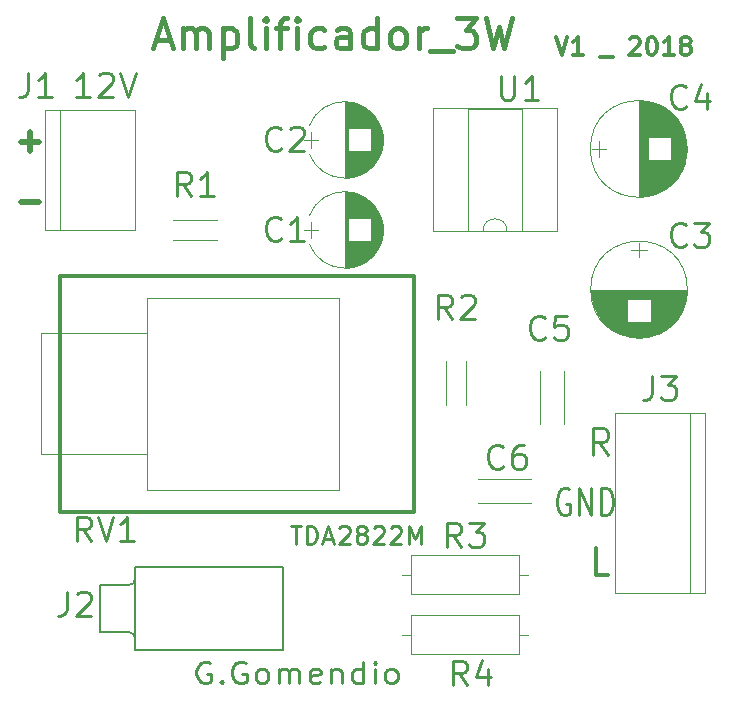
<source format=gbr>
G04 #@! TF.GenerationSoftware,KiCad,Pcbnew,(5.0.0)*
G04 #@! TF.CreationDate,2018-10-15T10:25:54+02:00*
G04 #@! TF.ProjectId,Amplificador_3W_TDA2822,416D706C6966696361646F725F33575F,rev?*
G04 #@! TF.SameCoordinates,Original*
G04 #@! TF.FileFunction,Legend,Top*
G04 #@! TF.FilePolarity,Positive*
%FSLAX46Y46*%
G04 Gerber Fmt 4.6, Leading zero omitted, Abs format (unit mm)*
G04 Created by KiCad (PCBNEW (5.0.0)) date 10/15/18 10:25:54*
%MOMM*%
%LPD*%
G01*
G04 APERTURE LIST*
%ADD10C,0.254000*%
%ADD11C,0.300000*%
%ADD12C,0.381000*%
%ADD13C,0.508000*%
%ADD14C,0.120000*%
%ADD15C,0.150000*%
G04 APERTURE END LIST*
D10*
X135091714Y-101273428D02*
X135962571Y-101273428D01*
X135527142Y-102797428D02*
X135527142Y-101273428D01*
X136470571Y-102797428D02*
X136470571Y-101273428D01*
X136833428Y-101273428D01*
X137051142Y-101346000D01*
X137196285Y-101491142D01*
X137268857Y-101636285D01*
X137341428Y-101926571D01*
X137341428Y-102144285D01*
X137268857Y-102434571D01*
X137196285Y-102579714D01*
X137051142Y-102724857D01*
X136833428Y-102797428D01*
X136470571Y-102797428D01*
X137922000Y-102362000D02*
X138647714Y-102362000D01*
X137776857Y-102797428D02*
X138284857Y-101273428D01*
X138792857Y-102797428D01*
X139228285Y-101418571D02*
X139300857Y-101346000D01*
X139446000Y-101273428D01*
X139808857Y-101273428D01*
X139954000Y-101346000D01*
X140026571Y-101418571D01*
X140099142Y-101563714D01*
X140099142Y-101708857D01*
X140026571Y-101926571D01*
X139155714Y-102797428D01*
X140099142Y-102797428D01*
X140970000Y-101926571D02*
X140824857Y-101854000D01*
X140752285Y-101781428D01*
X140679714Y-101636285D01*
X140679714Y-101563714D01*
X140752285Y-101418571D01*
X140824857Y-101346000D01*
X140970000Y-101273428D01*
X141260285Y-101273428D01*
X141405428Y-101346000D01*
X141478000Y-101418571D01*
X141550571Y-101563714D01*
X141550571Y-101636285D01*
X141478000Y-101781428D01*
X141405428Y-101854000D01*
X141260285Y-101926571D01*
X140970000Y-101926571D01*
X140824857Y-101999142D01*
X140752285Y-102071714D01*
X140679714Y-102216857D01*
X140679714Y-102507142D01*
X140752285Y-102652285D01*
X140824857Y-102724857D01*
X140970000Y-102797428D01*
X141260285Y-102797428D01*
X141405428Y-102724857D01*
X141478000Y-102652285D01*
X141550571Y-102507142D01*
X141550571Y-102216857D01*
X141478000Y-102071714D01*
X141405428Y-101999142D01*
X141260285Y-101926571D01*
X142131142Y-101418571D02*
X142203714Y-101346000D01*
X142348857Y-101273428D01*
X142711714Y-101273428D01*
X142856857Y-101346000D01*
X142929428Y-101418571D01*
X143002000Y-101563714D01*
X143002000Y-101708857D01*
X142929428Y-101926571D01*
X142058571Y-102797428D01*
X143002000Y-102797428D01*
X143582571Y-101418571D02*
X143655142Y-101346000D01*
X143800285Y-101273428D01*
X144163142Y-101273428D01*
X144308285Y-101346000D01*
X144380857Y-101418571D01*
X144453428Y-101563714D01*
X144453428Y-101708857D01*
X144380857Y-101926571D01*
X143510000Y-102797428D01*
X144453428Y-102797428D01*
X145106571Y-102797428D02*
X145106571Y-101273428D01*
X145614571Y-102362000D01*
X146122571Y-101273428D01*
X146122571Y-102797428D01*
D11*
X157536285Y-59884571D02*
X158036285Y-61384571D01*
X158536285Y-59884571D01*
X159822000Y-61384571D02*
X158964857Y-61384571D01*
X159393428Y-61384571D02*
X159393428Y-59884571D01*
X159250571Y-60098857D01*
X159107714Y-60241714D01*
X158964857Y-60313142D01*
X161250571Y-61527428D02*
X162393428Y-61527428D01*
X163822000Y-60027428D02*
X163893428Y-59956000D01*
X164036285Y-59884571D01*
X164393428Y-59884571D01*
X164536285Y-59956000D01*
X164607714Y-60027428D01*
X164679142Y-60170285D01*
X164679142Y-60313142D01*
X164607714Y-60527428D01*
X163750571Y-61384571D01*
X164679142Y-61384571D01*
X165607714Y-59884571D02*
X165750571Y-59884571D01*
X165893428Y-59956000D01*
X165964857Y-60027428D01*
X166036285Y-60170285D01*
X166107714Y-60456000D01*
X166107714Y-60813142D01*
X166036285Y-61098857D01*
X165964857Y-61241714D01*
X165893428Y-61313142D01*
X165750571Y-61384571D01*
X165607714Y-61384571D01*
X165464857Y-61313142D01*
X165393428Y-61241714D01*
X165322000Y-61098857D01*
X165250571Y-60813142D01*
X165250571Y-60456000D01*
X165322000Y-60170285D01*
X165393428Y-60027428D01*
X165464857Y-59956000D01*
X165607714Y-59884571D01*
X167536285Y-61384571D02*
X166679142Y-61384571D01*
X167107714Y-61384571D02*
X167107714Y-59884571D01*
X166964857Y-60098857D01*
X166822000Y-60241714D01*
X166679142Y-60313142D01*
X168393428Y-60527428D02*
X168250571Y-60456000D01*
X168179142Y-60384571D01*
X168107714Y-60241714D01*
X168107714Y-60170285D01*
X168179142Y-60027428D01*
X168250571Y-59956000D01*
X168393428Y-59884571D01*
X168679142Y-59884571D01*
X168822000Y-59956000D01*
X168893428Y-60027428D01*
X168964857Y-60170285D01*
X168964857Y-60241714D01*
X168893428Y-60384571D01*
X168822000Y-60456000D01*
X168679142Y-60527428D01*
X168393428Y-60527428D01*
X168250571Y-60598857D01*
X168179142Y-60670285D01*
X168107714Y-60813142D01*
X168107714Y-61098857D01*
X168179142Y-61241714D01*
X168250571Y-61313142D01*
X168393428Y-61384571D01*
X168679142Y-61384571D01*
X168822000Y-61313142D01*
X168893428Y-61241714D01*
X168964857Y-61098857D01*
X168964857Y-60813142D01*
X168893428Y-60670285D01*
X168822000Y-60598857D01*
X168679142Y-60527428D01*
D10*
X128282095Y-112903000D02*
X128088571Y-112818333D01*
X127798285Y-112818333D01*
X127508000Y-112903000D01*
X127314476Y-113072333D01*
X127217714Y-113241666D01*
X127120952Y-113580333D01*
X127120952Y-113834333D01*
X127217714Y-114173000D01*
X127314476Y-114342333D01*
X127508000Y-114511666D01*
X127798285Y-114596333D01*
X127991809Y-114596333D01*
X128282095Y-114511666D01*
X128378857Y-114427000D01*
X128378857Y-113834333D01*
X127991809Y-113834333D01*
X129249714Y-114427000D02*
X129346476Y-114511666D01*
X129249714Y-114596333D01*
X129152952Y-114511666D01*
X129249714Y-114427000D01*
X129249714Y-114596333D01*
X131281714Y-112903000D02*
X131088190Y-112818333D01*
X130797904Y-112818333D01*
X130507619Y-112903000D01*
X130314095Y-113072333D01*
X130217333Y-113241666D01*
X130120571Y-113580333D01*
X130120571Y-113834333D01*
X130217333Y-114173000D01*
X130314095Y-114342333D01*
X130507619Y-114511666D01*
X130797904Y-114596333D01*
X130991428Y-114596333D01*
X131281714Y-114511666D01*
X131378476Y-114427000D01*
X131378476Y-113834333D01*
X130991428Y-113834333D01*
X132539619Y-114596333D02*
X132346095Y-114511666D01*
X132249333Y-114427000D01*
X132152571Y-114257666D01*
X132152571Y-113749666D01*
X132249333Y-113580333D01*
X132346095Y-113495666D01*
X132539619Y-113411000D01*
X132829904Y-113411000D01*
X133023428Y-113495666D01*
X133120190Y-113580333D01*
X133216952Y-113749666D01*
X133216952Y-114257666D01*
X133120190Y-114427000D01*
X133023428Y-114511666D01*
X132829904Y-114596333D01*
X132539619Y-114596333D01*
X134087809Y-114596333D02*
X134087809Y-113411000D01*
X134087809Y-113580333D02*
X134184571Y-113495666D01*
X134378095Y-113411000D01*
X134668380Y-113411000D01*
X134861904Y-113495666D01*
X134958666Y-113665000D01*
X134958666Y-114596333D01*
X134958666Y-113665000D02*
X135055428Y-113495666D01*
X135248952Y-113411000D01*
X135539238Y-113411000D01*
X135732761Y-113495666D01*
X135829523Y-113665000D01*
X135829523Y-114596333D01*
X137571238Y-114511666D02*
X137377714Y-114596333D01*
X136990666Y-114596333D01*
X136797142Y-114511666D01*
X136700380Y-114342333D01*
X136700380Y-113665000D01*
X136797142Y-113495666D01*
X136990666Y-113411000D01*
X137377714Y-113411000D01*
X137571238Y-113495666D01*
X137668000Y-113665000D01*
X137668000Y-113834333D01*
X136700380Y-114003666D01*
X138538857Y-113411000D02*
X138538857Y-114596333D01*
X138538857Y-113580333D02*
X138635619Y-113495666D01*
X138829142Y-113411000D01*
X139119428Y-113411000D01*
X139312952Y-113495666D01*
X139409714Y-113665000D01*
X139409714Y-114596333D01*
X141248190Y-114596333D02*
X141248190Y-112818333D01*
X141248190Y-114511666D02*
X141054666Y-114596333D01*
X140667619Y-114596333D01*
X140474095Y-114511666D01*
X140377333Y-114427000D01*
X140280571Y-114257666D01*
X140280571Y-113749666D01*
X140377333Y-113580333D01*
X140474095Y-113495666D01*
X140667619Y-113411000D01*
X141054666Y-113411000D01*
X141248190Y-113495666D01*
X142215809Y-114596333D02*
X142215809Y-113411000D01*
X142215809Y-112818333D02*
X142119047Y-112903000D01*
X142215809Y-112987666D01*
X142312571Y-112903000D01*
X142215809Y-112818333D01*
X142215809Y-112987666D01*
X143473714Y-114596333D02*
X143280190Y-114511666D01*
X143183428Y-114427000D01*
X143086666Y-114257666D01*
X143086666Y-113749666D01*
X143183428Y-113580333D01*
X143280190Y-113495666D01*
X143473714Y-113411000D01*
X143764000Y-113411000D01*
X143957523Y-113495666D01*
X144054285Y-113580333D01*
X144151047Y-113749666D01*
X144151047Y-114257666D01*
X144054285Y-114427000D01*
X143957523Y-114511666D01*
X143764000Y-114596333D01*
X143473714Y-114596333D01*
D12*
X123685904Y-60113333D02*
X124895428Y-60113333D01*
X123444000Y-60839047D02*
X124290666Y-58299047D01*
X125137333Y-60839047D01*
X125984000Y-60839047D02*
X125984000Y-59145714D01*
X125984000Y-59387619D02*
X126104952Y-59266666D01*
X126346857Y-59145714D01*
X126709714Y-59145714D01*
X126951619Y-59266666D01*
X127072571Y-59508571D01*
X127072571Y-60839047D01*
X127072571Y-59508571D02*
X127193523Y-59266666D01*
X127435428Y-59145714D01*
X127798285Y-59145714D01*
X128040190Y-59266666D01*
X128161142Y-59508571D01*
X128161142Y-60839047D01*
X129370666Y-59145714D02*
X129370666Y-61685714D01*
X129370666Y-59266666D02*
X129612571Y-59145714D01*
X130096380Y-59145714D01*
X130338285Y-59266666D01*
X130459238Y-59387619D01*
X130580190Y-59629523D01*
X130580190Y-60355238D01*
X130459238Y-60597142D01*
X130338285Y-60718095D01*
X130096380Y-60839047D01*
X129612571Y-60839047D01*
X129370666Y-60718095D01*
X132031619Y-60839047D02*
X131789714Y-60718095D01*
X131668761Y-60476190D01*
X131668761Y-58299047D01*
X132999238Y-60839047D02*
X132999238Y-59145714D01*
X132999238Y-58299047D02*
X132878285Y-58420000D01*
X132999238Y-58540952D01*
X133120190Y-58420000D01*
X132999238Y-58299047D01*
X132999238Y-58540952D01*
X133845904Y-59145714D02*
X134813523Y-59145714D01*
X134208761Y-60839047D02*
X134208761Y-58661904D01*
X134329714Y-58420000D01*
X134571619Y-58299047D01*
X134813523Y-58299047D01*
X135660190Y-60839047D02*
X135660190Y-59145714D01*
X135660190Y-58299047D02*
X135539238Y-58420000D01*
X135660190Y-58540952D01*
X135781142Y-58420000D01*
X135660190Y-58299047D01*
X135660190Y-58540952D01*
X137958285Y-60718095D02*
X137716380Y-60839047D01*
X137232571Y-60839047D01*
X136990666Y-60718095D01*
X136869714Y-60597142D01*
X136748761Y-60355238D01*
X136748761Y-59629523D01*
X136869714Y-59387619D01*
X136990666Y-59266666D01*
X137232571Y-59145714D01*
X137716380Y-59145714D01*
X137958285Y-59266666D01*
X140135428Y-60839047D02*
X140135428Y-59508571D01*
X140014476Y-59266666D01*
X139772571Y-59145714D01*
X139288761Y-59145714D01*
X139046857Y-59266666D01*
X140135428Y-60718095D02*
X139893523Y-60839047D01*
X139288761Y-60839047D01*
X139046857Y-60718095D01*
X138925904Y-60476190D01*
X138925904Y-60234285D01*
X139046857Y-59992380D01*
X139288761Y-59871428D01*
X139893523Y-59871428D01*
X140135428Y-59750476D01*
X142433523Y-60839047D02*
X142433523Y-58299047D01*
X142433523Y-60718095D02*
X142191619Y-60839047D01*
X141707809Y-60839047D01*
X141465904Y-60718095D01*
X141344952Y-60597142D01*
X141224000Y-60355238D01*
X141224000Y-59629523D01*
X141344952Y-59387619D01*
X141465904Y-59266666D01*
X141707809Y-59145714D01*
X142191619Y-59145714D01*
X142433523Y-59266666D01*
X144005904Y-60839047D02*
X143764000Y-60718095D01*
X143643047Y-60597142D01*
X143522095Y-60355238D01*
X143522095Y-59629523D01*
X143643047Y-59387619D01*
X143764000Y-59266666D01*
X144005904Y-59145714D01*
X144368761Y-59145714D01*
X144610666Y-59266666D01*
X144731619Y-59387619D01*
X144852571Y-59629523D01*
X144852571Y-60355238D01*
X144731619Y-60597142D01*
X144610666Y-60718095D01*
X144368761Y-60839047D01*
X144005904Y-60839047D01*
X145941142Y-60839047D02*
X145941142Y-59145714D01*
X145941142Y-59629523D02*
X146062095Y-59387619D01*
X146183047Y-59266666D01*
X146424952Y-59145714D01*
X146666857Y-59145714D01*
X146908761Y-61080952D02*
X148844000Y-61080952D01*
X149206857Y-58299047D02*
X150779238Y-58299047D01*
X149932571Y-59266666D01*
X150295428Y-59266666D01*
X150537333Y-59387619D01*
X150658285Y-59508571D01*
X150779238Y-59750476D01*
X150779238Y-60355238D01*
X150658285Y-60597142D01*
X150537333Y-60718095D01*
X150295428Y-60839047D01*
X149569714Y-60839047D01*
X149327809Y-60718095D01*
X149206857Y-60597142D01*
X151625904Y-58299047D02*
X152230666Y-60839047D01*
X152714476Y-59024761D01*
X153198285Y-60839047D01*
X153803047Y-58299047D01*
D10*
X158665333Y-98171000D02*
X158496000Y-98062142D01*
X158242000Y-98062142D01*
X157988000Y-98171000D01*
X157818666Y-98388714D01*
X157734000Y-98606428D01*
X157649333Y-99041857D01*
X157649333Y-99368428D01*
X157734000Y-99803857D01*
X157818666Y-100021571D01*
X157988000Y-100239285D01*
X158242000Y-100348142D01*
X158411333Y-100348142D01*
X158665333Y-100239285D01*
X158750000Y-100130428D01*
X158750000Y-99368428D01*
X158411333Y-99368428D01*
X159512000Y-100348142D02*
X159512000Y-98062142D01*
X160528000Y-100348142D01*
X160528000Y-98062142D01*
X161374666Y-100348142D02*
X161374666Y-98062142D01*
X161798000Y-98062142D01*
X162052000Y-98171000D01*
X162221333Y-98388714D01*
X162306000Y-98606428D01*
X162390666Y-99041857D01*
X162390666Y-99368428D01*
X162306000Y-99803857D01*
X162221333Y-100021571D01*
X162052000Y-100239285D01*
X161798000Y-100348142D01*
X161374666Y-100348142D01*
X161997571Y-95268142D02*
X161235571Y-94179571D01*
X160691285Y-95268142D02*
X160691285Y-92982142D01*
X161562142Y-92982142D01*
X161779857Y-93091000D01*
X161888714Y-93199857D01*
X161997571Y-93417571D01*
X161997571Y-93744142D01*
X161888714Y-93961857D01*
X161779857Y-94070714D01*
X161562142Y-94179571D01*
X160691285Y-94179571D01*
D11*
X161997571Y-105428142D02*
X160909000Y-105428142D01*
X160909000Y-103142142D01*
D13*
X112255904Y-73805142D02*
X113804095Y-73805142D01*
X112255904Y-68725142D02*
X113804095Y-68725142D01*
X113030000Y-69499238D02*
X113030000Y-67951047D01*
D14*
G04 #@! TO.C,C1*
X142697820Y-75020864D02*
G75*
G03X136662518Y-75020000I-3017820J-1179136D01*
G01*
X142697820Y-77379136D02*
G75*
G02X136662518Y-77380000I-3017820J1179136D01*
G01*
X142697820Y-77379136D02*
G75*
G03X142697482Y-75020000I-3017820J1179136D01*
G01*
X139680000Y-73000000D02*
X139680000Y-79400000D01*
X139720000Y-73000000D02*
X139720000Y-79400000D01*
X139760000Y-73000000D02*
X139760000Y-79400000D01*
X139800000Y-73002000D02*
X139800000Y-79398000D01*
X139840000Y-73003000D02*
X139840000Y-79397000D01*
X139880000Y-73006000D02*
X139880000Y-79394000D01*
X139920000Y-73008000D02*
X139920000Y-79392000D01*
X139960000Y-73012000D02*
X139960000Y-75220000D01*
X139960000Y-77180000D02*
X139960000Y-79388000D01*
X140000000Y-73015000D02*
X140000000Y-75220000D01*
X140000000Y-77180000D02*
X140000000Y-79385000D01*
X140040000Y-73020000D02*
X140040000Y-75220000D01*
X140040000Y-77180000D02*
X140040000Y-79380000D01*
X140080000Y-73024000D02*
X140080000Y-75220000D01*
X140080000Y-77180000D02*
X140080000Y-79376000D01*
X140120000Y-73030000D02*
X140120000Y-75220000D01*
X140120000Y-77180000D02*
X140120000Y-79370000D01*
X140160000Y-73035000D02*
X140160000Y-75220000D01*
X140160000Y-77180000D02*
X140160000Y-79365000D01*
X140200000Y-73042000D02*
X140200000Y-75220000D01*
X140200000Y-77180000D02*
X140200000Y-79358000D01*
X140240000Y-73048000D02*
X140240000Y-75220000D01*
X140240000Y-77180000D02*
X140240000Y-79352000D01*
X140280000Y-73056000D02*
X140280000Y-75220000D01*
X140280000Y-77180000D02*
X140280000Y-79344000D01*
X140320000Y-73063000D02*
X140320000Y-75220000D01*
X140320000Y-77180000D02*
X140320000Y-79337000D01*
X140360000Y-73072000D02*
X140360000Y-75220000D01*
X140360000Y-77180000D02*
X140360000Y-79328000D01*
X140401000Y-73081000D02*
X140401000Y-75220000D01*
X140401000Y-77180000D02*
X140401000Y-79319000D01*
X140441000Y-73090000D02*
X140441000Y-75220000D01*
X140441000Y-77180000D02*
X140441000Y-79310000D01*
X140481000Y-73100000D02*
X140481000Y-75220000D01*
X140481000Y-77180000D02*
X140481000Y-79300000D01*
X140521000Y-73110000D02*
X140521000Y-75220000D01*
X140521000Y-77180000D02*
X140521000Y-79290000D01*
X140561000Y-73121000D02*
X140561000Y-75220000D01*
X140561000Y-77180000D02*
X140561000Y-79279000D01*
X140601000Y-73133000D02*
X140601000Y-75220000D01*
X140601000Y-77180000D02*
X140601000Y-79267000D01*
X140641000Y-73145000D02*
X140641000Y-75220000D01*
X140641000Y-77180000D02*
X140641000Y-79255000D01*
X140681000Y-73158000D02*
X140681000Y-75220000D01*
X140681000Y-77180000D02*
X140681000Y-79242000D01*
X140721000Y-73171000D02*
X140721000Y-75220000D01*
X140721000Y-77180000D02*
X140721000Y-79229000D01*
X140761000Y-73185000D02*
X140761000Y-75220000D01*
X140761000Y-77180000D02*
X140761000Y-79215000D01*
X140801000Y-73199000D02*
X140801000Y-75220000D01*
X140801000Y-77180000D02*
X140801000Y-79201000D01*
X140841000Y-73214000D02*
X140841000Y-75220000D01*
X140841000Y-77180000D02*
X140841000Y-79186000D01*
X140881000Y-73230000D02*
X140881000Y-75220000D01*
X140881000Y-77180000D02*
X140881000Y-79170000D01*
X140921000Y-73246000D02*
X140921000Y-75220000D01*
X140921000Y-77180000D02*
X140921000Y-79154000D01*
X140961000Y-73263000D02*
X140961000Y-75220000D01*
X140961000Y-77180000D02*
X140961000Y-79137000D01*
X141001000Y-73281000D02*
X141001000Y-75220000D01*
X141001000Y-77180000D02*
X141001000Y-79119000D01*
X141041000Y-73299000D02*
X141041000Y-75220000D01*
X141041000Y-77180000D02*
X141041000Y-79101000D01*
X141081000Y-73318000D02*
X141081000Y-75220000D01*
X141081000Y-77180000D02*
X141081000Y-79082000D01*
X141121000Y-73337000D02*
X141121000Y-75220000D01*
X141121000Y-77180000D02*
X141121000Y-79063000D01*
X141161000Y-73357000D02*
X141161000Y-75220000D01*
X141161000Y-77180000D02*
X141161000Y-79043000D01*
X141201000Y-73378000D02*
X141201000Y-75220000D01*
X141201000Y-77180000D02*
X141201000Y-79022000D01*
X141241000Y-73400000D02*
X141241000Y-75220000D01*
X141241000Y-77180000D02*
X141241000Y-79000000D01*
X141281000Y-73422000D02*
X141281000Y-75220000D01*
X141281000Y-77180000D02*
X141281000Y-78978000D01*
X141321000Y-73445000D02*
X141321000Y-75220000D01*
X141321000Y-77180000D02*
X141321000Y-78955000D01*
X141361000Y-73469000D02*
X141361000Y-75220000D01*
X141361000Y-77180000D02*
X141361000Y-78931000D01*
X141401000Y-73494000D02*
X141401000Y-75220000D01*
X141401000Y-77180000D02*
X141401000Y-78906000D01*
X141441000Y-73519000D02*
X141441000Y-75220000D01*
X141441000Y-77180000D02*
X141441000Y-78881000D01*
X141481000Y-73546000D02*
X141481000Y-75220000D01*
X141481000Y-77180000D02*
X141481000Y-78854000D01*
X141521000Y-73573000D02*
X141521000Y-75220000D01*
X141521000Y-77180000D02*
X141521000Y-78827000D01*
X141561000Y-73601000D02*
X141561000Y-75220000D01*
X141561000Y-77180000D02*
X141561000Y-78799000D01*
X141601000Y-73630000D02*
X141601000Y-75220000D01*
X141601000Y-77180000D02*
X141601000Y-78770000D01*
X141641000Y-73660000D02*
X141641000Y-75220000D01*
X141641000Y-77180000D02*
X141641000Y-78740000D01*
X141681000Y-73690000D02*
X141681000Y-75220000D01*
X141681000Y-77180000D02*
X141681000Y-78710000D01*
X141721000Y-73722000D02*
X141721000Y-75220000D01*
X141721000Y-77180000D02*
X141721000Y-78678000D01*
X141761000Y-73755000D02*
X141761000Y-75220000D01*
X141761000Y-77180000D02*
X141761000Y-78645000D01*
X141801000Y-73789000D02*
X141801000Y-75220000D01*
X141801000Y-77180000D02*
X141801000Y-78611000D01*
X141841000Y-73825000D02*
X141841000Y-75220000D01*
X141841000Y-77180000D02*
X141841000Y-78575000D01*
X141881000Y-73861000D02*
X141881000Y-75220000D01*
X141881000Y-77180000D02*
X141881000Y-78539000D01*
X141921000Y-73899000D02*
X141921000Y-78501000D01*
X141961000Y-73938000D02*
X141961000Y-78462000D01*
X142001000Y-73978000D02*
X142001000Y-78422000D01*
X142041000Y-74020000D02*
X142041000Y-78380000D01*
X142081000Y-74063000D02*
X142081000Y-78337000D01*
X142121000Y-74108000D02*
X142121000Y-78292000D01*
X142161000Y-74155000D02*
X142161000Y-78245000D01*
X142201000Y-74203000D02*
X142201000Y-78197000D01*
X142241000Y-74254000D02*
X142241000Y-78146000D01*
X142281000Y-74306000D02*
X142281000Y-78094000D01*
X142321000Y-74361000D02*
X142321000Y-78039000D01*
X142361000Y-74419000D02*
X142361000Y-77981000D01*
X142401000Y-74479000D02*
X142401000Y-77921000D01*
X142441000Y-74542000D02*
X142441000Y-77858000D01*
X142481000Y-74609000D02*
X142481000Y-77791000D01*
X142521000Y-74680000D02*
X142521000Y-77720000D01*
X142561000Y-74755000D02*
X142561000Y-77645000D01*
X142601000Y-74836000D02*
X142601000Y-77564000D01*
X142641000Y-74922000D02*
X142641000Y-77478000D01*
X142681000Y-75016000D02*
X142681000Y-77384000D01*
X142721000Y-75119000D02*
X142721000Y-77281000D01*
X142761000Y-75234000D02*
X142761000Y-77166000D01*
X142801000Y-75366000D02*
X142801000Y-77034000D01*
X142841000Y-75524000D02*
X142841000Y-76876000D01*
X142881000Y-75732000D02*
X142881000Y-76668000D01*
X136230000Y-76200000D02*
X137430000Y-76200000D01*
X136830000Y-75550000D02*
X136830000Y-76850000D01*
G04 #@! TO.C,C2*
X142697820Y-67400864D02*
G75*
G03X136662518Y-67400000I-3017820J-1179136D01*
G01*
X142697820Y-69759136D02*
G75*
G02X136662518Y-69760000I-3017820J1179136D01*
G01*
X142697820Y-69759136D02*
G75*
G03X142697482Y-67400000I-3017820J1179136D01*
G01*
X139680000Y-65380000D02*
X139680000Y-71780000D01*
X139720000Y-65380000D02*
X139720000Y-71780000D01*
X139760000Y-65380000D02*
X139760000Y-71780000D01*
X139800000Y-65382000D02*
X139800000Y-71778000D01*
X139840000Y-65383000D02*
X139840000Y-71777000D01*
X139880000Y-65386000D02*
X139880000Y-71774000D01*
X139920000Y-65388000D02*
X139920000Y-71772000D01*
X139960000Y-65392000D02*
X139960000Y-67600000D01*
X139960000Y-69560000D02*
X139960000Y-71768000D01*
X140000000Y-65395000D02*
X140000000Y-67600000D01*
X140000000Y-69560000D02*
X140000000Y-71765000D01*
X140040000Y-65400000D02*
X140040000Y-67600000D01*
X140040000Y-69560000D02*
X140040000Y-71760000D01*
X140080000Y-65404000D02*
X140080000Y-67600000D01*
X140080000Y-69560000D02*
X140080000Y-71756000D01*
X140120000Y-65410000D02*
X140120000Y-67600000D01*
X140120000Y-69560000D02*
X140120000Y-71750000D01*
X140160000Y-65415000D02*
X140160000Y-67600000D01*
X140160000Y-69560000D02*
X140160000Y-71745000D01*
X140200000Y-65422000D02*
X140200000Y-67600000D01*
X140200000Y-69560000D02*
X140200000Y-71738000D01*
X140240000Y-65428000D02*
X140240000Y-67600000D01*
X140240000Y-69560000D02*
X140240000Y-71732000D01*
X140280000Y-65436000D02*
X140280000Y-67600000D01*
X140280000Y-69560000D02*
X140280000Y-71724000D01*
X140320000Y-65443000D02*
X140320000Y-67600000D01*
X140320000Y-69560000D02*
X140320000Y-71717000D01*
X140360000Y-65452000D02*
X140360000Y-67600000D01*
X140360000Y-69560000D02*
X140360000Y-71708000D01*
X140401000Y-65461000D02*
X140401000Y-67600000D01*
X140401000Y-69560000D02*
X140401000Y-71699000D01*
X140441000Y-65470000D02*
X140441000Y-67600000D01*
X140441000Y-69560000D02*
X140441000Y-71690000D01*
X140481000Y-65480000D02*
X140481000Y-67600000D01*
X140481000Y-69560000D02*
X140481000Y-71680000D01*
X140521000Y-65490000D02*
X140521000Y-67600000D01*
X140521000Y-69560000D02*
X140521000Y-71670000D01*
X140561000Y-65501000D02*
X140561000Y-67600000D01*
X140561000Y-69560000D02*
X140561000Y-71659000D01*
X140601000Y-65513000D02*
X140601000Y-67600000D01*
X140601000Y-69560000D02*
X140601000Y-71647000D01*
X140641000Y-65525000D02*
X140641000Y-67600000D01*
X140641000Y-69560000D02*
X140641000Y-71635000D01*
X140681000Y-65538000D02*
X140681000Y-67600000D01*
X140681000Y-69560000D02*
X140681000Y-71622000D01*
X140721000Y-65551000D02*
X140721000Y-67600000D01*
X140721000Y-69560000D02*
X140721000Y-71609000D01*
X140761000Y-65565000D02*
X140761000Y-67600000D01*
X140761000Y-69560000D02*
X140761000Y-71595000D01*
X140801000Y-65579000D02*
X140801000Y-67600000D01*
X140801000Y-69560000D02*
X140801000Y-71581000D01*
X140841000Y-65594000D02*
X140841000Y-67600000D01*
X140841000Y-69560000D02*
X140841000Y-71566000D01*
X140881000Y-65610000D02*
X140881000Y-67600000D01*
X140881000Y-69560000D02*
X140881000Y-71550000D01*
X140921000Y-65626000D02*
X140921000Y-67600000D01*
X140921000Y-69560000D02*
X140921000Y-71534000D01*
X140961000Y-65643000D02*
X140961000Y-67600000D01*
X140961000Y-69560000D02*
X140961000Y-71517000D01*
X141001000Y-65661000D02*
X141001000Y-67600000D01*
X141001000Y-69560000D02*
X141001000Y-71499000D01*
X141041000Y-65679000D02*
X141041000Y-67600000D01*
X141041000Y-69560000D02*
X141041000Y-71481000D01*
X141081000Y-65698000D02*
X141081000Y-67600000D01*
X141081000Y-69560000D02*
X141081000Y-71462000D01*
X141121000Y-65717000D02*
X141121000Y-67600000D01*
X141121000Y-69560000D02*
X141121000Y-71443000D01*
X141161000Y-65737000D02*
X141161000Y-67600000D01*
X141161000Y-69560000D02*
X141161000Y-71423000D01*
X141201000Y-65758000D02*
X141201000Y-67600000D01*
X141201000Y-69560000D02*
X141201000Y-71402000D01*
X141241000Y-65780000D02*
X141241000Y-67600000D01*
X141241000Y-69560000D02*
X141241000Y-71380000D01*
X141281000Y-65802000D02*
X141281000Y-67600000D01*
X141281000Y-69560000D02*
X141281000Y-71358000D01*
X141321000Y-65825000D02*
X141321000Y-67600000D01*
X141321000Y-69560000D02*
X141321000Y-71335000D01*
X141361000Y-65849000D02*
X141361000Y-67600000D01*
X141361000Y-69560000D02*
X141361000Y-71311000D01*
X141401000Y-65874000D02*
X141401000Y-67600000D01*
X141401000Y-69560000D02*
X141401000Y-71286000D01*
X141441000Y-65899000D02*
X141441000Y-67600000D01*
X141441000Y-69560000D02*
X141441000Y-71261000D01*
X141481000Y-65926000D02*
X141481000Y-67600000D01*
X141481000Y-69560000D02*
X141481000Y-71234000D01*
X141521000Y-65953000D02*
X141521000Y-67600000D01*
X141521000Y-69560000D02*
X141521000Y-71207000D01*
X141561000Y-65981000D02*
X141561000Y-67600000D01*
X141561000Y-69560000D02*
X141561000Y-71179000D01*
X141601000Y-66010000D02*
X141601000Y-67600000D01*
X141601000Y-69560000D02*
X141601000Y-71150000D01*
X141641000Y-66040000D02*
X141641000Y-67600000D01*
X141641000Y-69560000D02*
X141641000Y-71120000D01*
X141681000Y-66070000D02*
X141681000Y-67600000D01*
X141681000Y-69560000D02*
X141681000Y-71090000D01*
X141721000Y-66102000D02*
X141721000Y-67600000D01*
X141721000Y-69560000D02*
X141721000Y-71058000D01*
X141761000Y-66135000D02*
X141761000Y-67600000D01*
X141761000Y-69560000D02*
X141761000Y-71025000D01*
X141801000Y-66169000D02*
X141801000Y-67600000D01*
X141801000Y-69560000D02*
X141801000Y-70991000D01*
X141841000Y-66205000D02*
X141841000Y-67600000D01*
X141841000Y-69560000D02*
X141841000Y-70955000D01*
X141881000Y-66241000D02*
X141881000Y-67600000D01*
X141881000Y-69560000D02*
X141881000Y-70919000D01*
X141921000Y-66279000D02*
X141921000Y-70881000D01*
X141961000Y-66318000D02*
X141961000Y-70842000D01*
X142001000Y-66358000D02*
X142001000Y-70802000D01*
X142041000Y-66400000D02*
X142041000Y-70760000D01*
X142081000Y-66443000D02*
X142081000Y-70717000D01*
X142121000Y-66488000D02*
X142121000Y-70672000D01*
X142161000Y-66535000D02*
X142161000Y-70625000D01*
X142201000Y-66583000D02*
X142201000Y-70577000D01*
X142241000Y-66634000D02*
X142241000Y-70526000D01*
X142281000Y-66686000D02*
X142281000Y-70474000D01*
X142321000Y-66741000D02*
X142321000Y-70419000D01*
X142361000Y-66799000D02*
X142361000Y-70361000D01*
X142401000Y-66859000D02*
X142401000Y-70301000D01*
X142441000Y-66922000D02*
X142441000Y-70238000D01*
X142481000Y-66989000D02*
X142481000Y-70171000D01*
X142521000Y-67060000D02*
X142521000Y-70100000D01*
X142561000Y-67135000D02*
X142561000Y-70025000D01*
X142601000Y-67216000D02*
X142601000Y-69944000D01*
X142641000Y-67302000D02*
X142641000Y-69858000D01*
X142681000Y-67396000D02*
X142681000Y-69764000D01*
X142721000Y-67499000D02*
X142721000Y-69661000D01*
X142761000Y-67614000D02*
X142761000Y-69546000D01*
X142801000Y-67746000D02*
X142801000Y-69414000D01*
X142841000Y-67904000D02*
X142841000Y-69256000D01*
X142881000Y-68112000D02*
X142881000Y-69048000D01*
X136230000Y-68580000D02*
X137430000Y-68580000D01*
X136830000Y-67930000D02*
X136830000Y-69230000D01*
G04 #@! TO.C,C3*
X168682000Y-81252000D02*
G75*
G03X168682000Y-81252000I-4090000J0D01*
G01*
X168642000Y-81252000D02*
X160542000Y-81252000D01*
X168642000Y-81292000D02*
X160542000Y-81292000D01*
X168642000Y-81332000D02*
X160542000Y-81332000D01*
X168641000Y-81372000D02*
X160543000Y-81372000D01*
X168639000Y-81412000D02*
X160545000Y-81412000D01*
X168638000Y-81452000D02*
X160546000Y-81452000D01*
X168635000Y-81492000D02*
X160549000Y-81492000D01*
X168633000Y-81532000D02*
X160551000Y-81532000D01*
X168630000Y-81572000D02*
X160554000Y-81572000D01*
X168627000Y-81612000D02*
X160557000Y-81612000D01*
X168623000Y-81652000D02*
X160561000Y-81652000D01*
X168619000Y-81692000D02*
X160565000Y-81692000D01*
X168614000Y-81732000D02*
X160570000Y-81732000D01*
X168609000Y-81772000D02*
X160575000Y-81772000D01*
X168604000Y-81812000D02*
X160580000Y-81812000D01*
X168598000Y-81852000D02*
X160586000Y-81852000D01*
X168592000Y-81892000D02*
X160592000Y-81892000D01*
X168586000Y-81932000D02*
X160598000Y-81932000D01*
X168579000Y-81973000D02*
X160605000Y-81973000D01*
X168571000Y-82013000D02*
X160613000Y-82013000D01*
X168563000Y-82053000D02*
X165572000Y-82053000D01*
X163612000Y-82053000D02*
X160621000Y-82053000D01*
X168555000Y-82093000D02*
X165572000Y-82093000D01*
X163612000Y-82093000D02*
X160629000Y-82093000D01*
X168547000Y-82133000D02*
X165572000Y-82133000D01*
X163612000Y-82133000D02*
X160637000Y-82133000D01*
X168538000Y-82173000D02*
X165572000Y-82173000D01*
X163612000Y-82173000D02*
X160646000Y-82173000D01*
X168528000Y-82213000D02*
X165572000Y-82213000D01*
X163612000Y-82213000D02*
X160656000Y-82213000D01*
X168518000Y-82253000D02*
X165572000Y-82253000D01*
X163612000Y-82253000D02*
X160666000Y-82253000D01*
X168508000Y-82293000D02*
X165572000Y-82293000D01*
X163612000Y-82293000D02*
X160676000Y-82293000D01*
X168497000Y-82333000D02*
X165572000Y-82333000D01*
X163612000Y-82333000D02*
X160687000Y-82333000D01*
X168486000Y-82373000D02*
X165572000Y-82373000D01*
X163612000Y-82373000D02*
X160698000Y-82373000D01*
X168475000Y-82413000D02*
X165572000Y-82413000D01*
X163612000Y-82413000D02*
X160709000Y-82413000D01*
X168462000Y-82453000D02*
X165572000Y-82453000D01*
X163612000Y-82453000D02*
X160722000Y-82453000D01*
X168450000Y-82493000D02*
X165572000Y-82493000D01*
X163612000Y-82493000D02*
X160734000Y-82493000D01*
X168437000Y-82533000D02*
X165572000Y-82533000D01*
X163612000Y-82533000D02*
X160747000Y-82533000D01*
X168424000Y-82573000D02*
X165572000Y-82573000D01*
X163612000Y-82573000D02*
X160760000Y-82573000D01*
X168410000Y-82613000D02*
X165572000Y-82613000D01*
X163612000Y-82613000D02*
X160774000Y-82613000D01*
X168395000Y-82653000D02*
X165572000Y-82653000D01*
X163612000Y-82653000D02*
X160789000Y-82653000D01*
X168381000Y-82693000D02*
X165572000Y-82693000D01*
X163612000Y-82693000D02*
X160803000Y-82693000D01*
X168365000Y-82733000D02*
X165572000Y-82733000D01*
X163612000Y-82733000D02*
X160819000Y-82733000D01*
X168350000Y-82773000D02*
X165572000Y-82773000D01*
X163612000Y-82773000D02*
X160834000Y-82773000D01*
X168333000Y-82813000D02*
X165572000Y-82813000D01*
X163612000Y-82813000D02*
X160851000Y-82813000D01*
X168317000Y-82853000D02*
X165572000Y-82853000D01*
X163612000Y-82853000D02*
X160867000Y-82853000D01*
X168299000Y-82893000D02*
X165572000Y-82893000D01*
X163612000Y-82893000D02*
X160885000Y-82893000D01*
X168282000Y-82933000D02*
X165572000Y-82933000D01*
X163612000Y-82933000D02*
X160902000Y-82933000D01*
X168263000Y-82973000D02*
X165572000Y-82973000D01*
X163612000Y-82973000D02*
X160921000Y-82973000D01*
X168244000Y-83013000D02*
X165572000Y-83013000D01*
X163612000Y-83013000D02*
X160940000Y-83013000D01*
X168225000Y-83053000D02*
X165572000Y-83053000D01*
X163612000Y-83053000D02*
X160959000Y-83053000D01*
X168205000Y-83093000D02*
X165572000Y-83093000D01*
X163612000Y-83093000D02*
X160979000Y-83093000D01*
X168185000Y-83133000D02*
X165572000Y-83133000D01*
X163612000Y-83133000D02*
X160999000Y-83133000D01*
X168164000Y-83173000D02*
X165572000Y-83173000D01*
X163612000Y-83173000D02*
X161020000Y-83173000D01*
X168142000Y-83213000D02*
X165572000Y-83213000D01*
X163612000Y-83213000D02*
X161042000Y-83213000D01*
X168120000Y-83253000D02*
X165572000Y-83253000D01*
X163612000Y-83253000D02*
X161064000Y-83253000D01*
X168097000Y-83293000D02*
X165572000Y-83293000D01*
X163612000Y-83293000D02*
X161087000Y-83293000D01*
X168074000Y-83333000D02*
X165572000Y-83333000D01*
X163612000Y-83333000D02*
X161110000Y-83333000D01*
X168050000Y-83373000D02*
X165572000Y-83373000D01*
X163612000Y-83373000D02*
X161134000Y-83373000D01*
X168026000Y-83413000D02*
X165572000Y-83413000D01*
X163612000Y-83413000D02*
X161158000Y-83413000D01*
X168000000Y-83453000D02*
X165572000Y-83453000D01*
X163612000Y-83453000D02*
X161184000Y-83453000D01*
X167975000Y-83493000D02*
X165572000Y-83493000D01*
X163612000Y-83493000D02*
X161209000Y-83493000D01*
X167948000Y-83533000D02*
X165572000Y-83533000D01*
X163612000Y-83533000D02*
X161236000Y-83533000D01*
X167921000Y-83573000D02*
X165572000Y-83573000D01*
X163612000Y-83573000D02*
X161263000Y-83573000D01*
X167893000Y-83613000D02*
X165572000Y-83613000D01*
X163612000Y-83613000D02*
X161291000Y-83613000D01*
X167864000Y-83653000D02*
X165572000Y-83653000D01*
X163612000Y-83653000D02*
X161320000Y-83653000D01*
X167835000Y-83693000D02*
X165572000Y-83693000D01*
X163612000Y-83693000D02*
X161349000Y-83693000D01*
X167805000Y-83733000D02*
X165572000Y-83733000D01*
X163612000Y-83733000D02*
X161379000Y-83733000D01*
X167774000Y-83773000D02*
X165572000Y-83773000D01*
X163612000Y-83773000D02*
X161410000Y-83773000D01*
X167742000Y-83813000D02*
X165572000Y-83813000D01*
X163612000Y-83813000D02*
X161442000Y-83813000D01*
X167710000Y-83853000D02*
X165572000Y-83853000D01*
X163612000Y-83853000D02*
X161474000Y-83853000D01*
X167676000Y-83893000D02*
X165572000Y-83893000D01*
X163612000Y-83893000D02*
X161508000Y-83893000D01*
X167642000Y-83933000D02*
X165572000Y-83933000D01*
X163612000Y-83933000D02*
X161542000Y-83933000D01*
X167607000Y-83973000D02*
X165572000Y-83973000D01*
X163612000Y-83973000D02*
X161577000Y-83973000D01*
X167571000Y-84013000D02*
X161613000Y-84013000D01*
X167534000Y-84053000D02*
X161650000Y-84053000D01*
X167496000Y-84093000D02*
X161688000Y-84093000D01*
X167457000Y-84133000D02*
X161727000Y-84133000D01*
X167416000Y-84173000D02*
X161768000Y-84173000D01*
X167375000Y-84213000D02*
X161809000Y-84213000D01*
X167332000Y-84253000D02*
X161852000Y-84253000D01*
X167289000Y-84293000D02*
X161895000Y-84293000D01*
X167244000Y-84333000D02*
X161940000Y-84333000D01*
X167197000Y-84373000D02*
X161987000Y-84373000D01*
X167149000Y-84413000D02*
X162035000Y-84413000D01*
X167100000Y-84453000D02*
X162084000Y-84453000D01*
X167049000Y-84493000D02*
X162135000Y-84493000D01*
X166996000Y-84533000D02*
X162188000Y-84533000D01*
X166941000Y-84573000D02*
X162243000Y-84573000D01*
X166885000Y-84613000D02*
X162299000Y-84613000D01*
X166826000Y-84653000D02*
X162358000Y-84653000D01*
X166765000Y-84693000D02*
X162419000Y-84693000D01*
X166701000Y-84733000D02*
X162483000Y-84733000D01*
X166635000Y-84773000D02*
X162549000Y-84773000D01*
X166566000Y-84813000D02*
X162618000Y-84813000D01*
X166494000Y-84853000D02*
X162690000Y-84853000D01*
X166418000Y-84893000D02*
X162766000Y-84893000D01*
X166337000Y-84933000D02*
X162847000Y-84933000D01*
X166252000Y-84973000D02*
X162932000Y-84973000D01*
X166162000Y-85013000D02*
X163022000Y-85013000D01*
X166065000Y-85053000D02*
X163119000Y-85053000D01*
X165961000Y-85093000D02*
X163223000Y-85093000D01*
X165846000Y-85133000D02*
X163338000Y-85133000D01*
X165719000Y-85173000D02*
X163465000Y-85173000D01*
X165575000Y-85213000D02*
X163609000Y-85213000D01*
X165406000Y-85253000D02*
X163778000Y-85253000D01*
X165190000Y-85293000D02*
X163994000Y-85293000D01*
X164838000Y-85333000D02*
X164346000Y-85333000D01*
X164592000Y-77302000D02*
X164592000Y-78502000D01*
X165242000Y-77902000D02*
X163942000Y-77902000D01*
G04 #@! TO.C,C4*
X168654000Y-69342000D02*
G75*
G03X168654000Y-69342000I-4090000J0D01*
G01*
X164564000Y-65292000D02*
X164564000Y-73392000D01*
X164604000Y-65292000D02*
X164604000Y-73392000D01*
X164644000Y-65292000D02*
X164644000Y-73392000D01*
X164684000Y-65293000D02*
X164684000Y-73391000D01*
X164724000Y-65295000D02*
X164724000Y-73389000D01*
X164764000Y-65296000D02*
X164764000Y-73388000D01*
X164804000Y-65299000D02*
X164804000Y-73385000D01*
X164844000Y-65301000D02*
X164844000Y-73383000D01*
X164884000Y-65304000D02*
X164884000Y-73380000D01*
X164924000Y-65307000D02*
X164924000Y-73377000D01*
X164964000Y-65311000D02*
X164964000Y-73373000D01*
X165004000Y-65315000D02*
X165004000Y-73369000D01*
X165044000Y-65320000D02*
X165044000Y-73364000D01*
X165084000Y-65325000D02*
X165084000Y-73359000D01*
X165124000Y-65330000D02*
X165124000Y-73354000D01*
X165164000Y-65336000D02*
X165164000Y-73348000D01*
X165204000Y-65342000D02*
X165204000Y-73342000D01*
X165244000Y-65348000D02*
X165244000Y-73336000D01*
X165285000Y-65355000D02*
X165285000Y-73329000D01*
X165325000Y-65363000D02*
X165325000Y-73321000D01*
X165365000Y-65371000D02*
X165365000Y-68362000D01*
X165365000Y-70322000D02*
X165365000Y-73313000D01*
X165405000Y-65379000D02*
X165405000Y-68362000D01*
X165405000Y-70322000D02*
X165405000Y-73305000D01*
X165445000Y-65387000D02*
X165445000Y-68362000D01*
X165445000Y-70322000D02*
X165445000Y-73297000D01*
X165485000Y-65396000D02*
X165485000Y-68362000D01*
X165485000Y-70322000D02*
X165485000Y-73288000D01*
X165525000Y-65406000D02*
X165525000Y-68362000D01*
X165525000Y-70322000D02*
X165525000Y-73278000D01*
X165565000Y-65416000D02*
X165565000Y-68362000D01*
X165565000Y-70322000D02*
X165565000Y-73268000D01*
X165605000Y-65426000D02*
X165605000Y-68362000D01*
X165605000Y-70322000D02*
X165605000Y-73258000D01*
X165645000Y-65437000D02*
X165645000Y-68362000D01*
X165645000Y-70322000D02*
X165645000Y-73247000D01*
X165685000Y-65448000D02*
X165685000Y-68362000D01*
X165685000Y-70322000D02*
X165685000Y-73236000D01*
X165725000Y-65459000D02*
X165725000Y-68362000D01*
X165725000Y-70322000D02*
X165725000Y-73225000D01*
X165765000Y-65472000D02*
X165765000Y-68362000D01*
X165765000Y-70322000D02*
X165765000Y-73212000D01*
X165805000Y-65484000D02*
X165805000Y-68362000D01*
X165805000Y-70322000D02*
X165805000Y-73200000D01*
X165845000Y-65497000D02*
X165845000Y-68362000D01*
X165845000Y-70322000D02*
X165845000Y-73187000D01*
X165885000Y-65510000D02*
X165885000Y-68362000D01*
X165885000Y-70322000D02*
X165885000Y-73174000D01*
X165925000Y-65524000D02*
X165925000Y-68362000D01*
X165925000Y-70322000D02*
X165925000Y-73160000D01*
X165965000Y-65539000D02*
X165965000Y-68362000D01*
X165965000Y-70322000D02*
X165965000Y-73145000D01*
X166005000Y-65553000D02*
X166005000Y-68362000D01*
X166005000Y-70322000D02*
X166005000Y-73131000D01*
X166045000Y-65569000D02*
X166045000Y-68362000D01*
X166045000Y-70322000D02*
X166045000Y-73115000D01*
X166085000Y-65584000D02*
X166085000Y-68362000D01*
X166085000Y-70322000D02*
X166085000Y-73100000D01*
X166125000Y-65601000D02*
X166125000Y-68362000D01*
X166125000Y-70322000D02*
X166125000Y-73083000D01*
X166165000Y-65617000D02*
X166165000Y-68362000D01*
X166165000Y-70322000D02*
X166165000Y-73067000D01*
X166205000Y-65635000D02*
X166205000Y-68362000D01*
X166205000Y-70322000D02*
X166205000Y-73049000D01*
X166245000Y-65652000D02*
X166245000Y-68362000D01*
X166245000Y-70322000D02*
X166245000Y-73032000D01*
X166285000Y-65671000D02*
X166285000Y-68362000D01*
X166285000Y-70322000D02*
X166285000Y-73013000D01*
X166325000Y-65690000D02*
X166325000Y-68362000D01*
X166325000Y-70322000D02*
X166325000Y-72994000D01*
X166365000Y-65709000D02*
X166365000Y-68362000D01*
X166365000Y-70322000D02*
X166365000Y-72975000D01*
X166405000Y-65729000D02*
X166405000Y-68362000D01*
X166405000Y-70322000D02*
X166405000Y-72955000D01*
X166445000Y-65749000D02*
X166445000Y-68362000D01*
X166445000Y-70322000D02*
X166445000Y-72935000D01*
X166485000Y-65770000D02*
X166485000Y-68362000D01*
X166485000Y-70322000D02*
X166485000Y-72914000D01*
X166525000Y-65792000D02*
X166525000Y-68362000D01*
X166525000Y-70322000D02*
X166525000Y-72892000D01*
X166565000Y-65814000D02*
X166565000Y-68362000D01*
X166565000Y-70322000D02*
X166565000Y-72870000D01*
X166605000Y-65837000D02*
X166605000Y-68362000D01*
X166605000Y-70322000D02*
X166605000Y-72847000D01*
X166645000Y-65860000D02*
X166645000Y-68362000D01*
X166645000Y-70322000D02*
X166645000Y-72824000D01*
X166685000Y-65884000D02*
X166685000Y-68362000D01*
X166685000Y-70322000D02*
X166685000Y-72800000D01*
X166725000Y-65908000D02*
X166725000Y-68362000D01*
X166725000Y-70322000D02*
X166725000Y-72776000D01*
X166765000Y-65934000D02*
X166765000Y-68362000D01*
X166765000Y-70322000D02*
X166765000Y-72750000D01*
X166805000Y-65959000D02*
X166805000Y-68362000D01*
X166805000Y-70322000D02*
X166805000Y-72725000D01*
X166845000Y-65986000D02*
X166845000Y-68362000D01*
X166845000Y-70322000D02*
X166845000Y-72698000D01*
X166885000Y-66013000D02*
X166885000Y-68362000D01*
X166885000Y-70322000D02*
X166885000Y-72671000D01*
X166925000Y-66041000D02*
X166925000Y-68362000D01*
X166925000Y-70322000D02*
X166925000Y-72643000D01*
X166965000Y-66070000D02*
X166965000Y-68362000D01*
X166965000Y-70322000D02*
X166965000Y-72614000D01*
X167005000Y-66099000D02*
X167005000Y-68362000D01*
X167005000Y-70322000D02*
X167005000Y-72585000D01*
X167045000Y-66129000D02*
X167045000Y-68362000D01*
X167045000Y-70322000D02*
X167045000Y-72555000D01*
X167085000Y-66160000D02*
X167085000Y-68362000D01*
X167085000Y-70322000D02*
X167085000Y-72524000D01*
X167125000Y-66192000D02*
X167125000Y-68362000D01*
X167125000Y-70322000D02*
X167125000Y-72492000D01*
X167165000Y-66224000D02*
X167165000Y-68362000D01*
X167165000Y-70322000D02*
X167165000Y-72460000D01*
X167205000Y-66258000D02*
X167205000Y-68362000D01*
X167205000Y-70322000D02*
X167205000Y-72426000D01*
X167245000Y-66292000D02*
X167245000Y-68362000D01*
X167245000Y-70322000D02*
X167245000Y-72392000D01*
X167285000Y-66327000D02*
X167285000Y-68362000D01*
X167285000Y-70322000D02*
X167285000Y-72357000D01*
X167325000Y-66363000D02*
X167325000Y-72321000D01*
X167365000Y-66400000D02*
X167365000Y-72284000D01*
X167405000Y-66438000D02*
X167405000Y-72246000D01*
X167445000Y-66477000D02*
X167445000Y-72207000D01*
X167485000Y-66518000D02*
X167485000Y-72166000D01*
X167525000Y-66559000D02*
X167525000Y-72125000D01*
X167565000Y-66602000D02*
X167565000Y-72082000D01*
X167605000Y-66645000D02*
X167605000Y-72039000D01*
X167645000Y-66690000D02*
X167645000Y-71994000D01*
X167685000Y-66737000D02*
X167685000Y-71947000D01*
X167725000Y-66785000D02*
X167725000Y-71899000D01*
X167765000Y-66834000D02*
X167765000Y-71850000D01*
X167805000Y-66885000D02*
X167805000Y-71799000D01*
X167845000Y-66938000D02*
X167845000Y-71746000D01*
X167885000Y-66993000D02*
X167885000Y-71691000D01*
X167925000Y-67049000D02*
X167925000Y-71635000D01*
X167965000Y-67108000D02*
X167965000Y-71576000D01*
X168005000Y-67169000D02*
X168005000Y-71515000D01*
X168045000Y-67233000D02*
X168045000Y-71451000D01*
X168085000Y-67299000D02*
X168085000Y-71385000D01*
X168125000Y-67368000D02*
X168125000Y-71316000D01*
X168165000Y-67440000D02*
X168165000Y-71244000D01*
X168205000Y-67516000D02*
X168205000Y-71168000D01*
X168245000Y-67597000D02*
X168245000Y-71087000D01*
X168285000Y-67682000D02*
X168285000Y-71002000D01*
X168325000Y-67772000D02*
X168325000Y-70912000D01*
X168365000Y-67869000D02*
X168365000Y-70815000D01*
X168405000Y-67973000D02*
X168405000Y-70711000D01*
X168445000Y-68088000D02*
X168445000Y-70596000D01*
X168485000Y-68215000D02*
X168485000Y-70469000D01*
X168525000Y-68359000D02*
X168525000Y-70325000D01*
X168565000Y-68528000D02*
X168565000Y-70156000D01*
X168605000Y-68744000D02*
X168605000Y-69940000D01*
X168645000Y-69096000D02*
X168645000Y-69588000D01*
X160614000Y-69342000D02*
X161814000Y-69342000D01*
X161214000Y-68692000D02*
X161214000Y-69992000D01*
G04 #@! TO.C,C5*
X158236000Y-88174000D02*
X158236000Y-92594000D01*
X156216000Y-88174000D02*
X156216000Y-92594000D01*
X158236000Y-88174000D02*
X158222000Y-88174000D01*
X156230000Y-88174000D02*
X156216000Y-88174000D01*
X158236000Y-92594000D02*
X158222000Y-92594000D01*
X156230000Y-92594000D02*
X156216000Y-92594000D01*
G04 #@! TO.C,C6*
X155412000Y-99308000D02*
X150992000Y-99308000D01*
X155412000Y-97288000D02*
X150992000Y-97288000D01*
X155412000Y-99308000D02*
X155412000Y-99294000D01*
X155412000Y-97302000D02*
X155412000Y-97288000D01*
X150992000Y-99308000D02*
X150992000Y-99294000D01*
X150992000Y-97302000D02*
X150992000Y-97288000D01*
G04 #@! TO.C,J1*
X115570000Y-76200000D02*
X115570000Y-66040000D01*
X114300000Y-76200000D02*
X121920000Y-76200000D01*
X121920000Y-76200000D02*
X121920000Y-66040000D01*
X121920000Y-66040000D02*
X114300000Y-66040000D01*
X114300000Y-66040000D02*
X114300000Y-76200000D01*
D15*
G04 #@! TO.C,J2*
X118920000Y-106260000D02*
X121420000Y-106260000D01*
X118920000Y-110260000D02*
X118920000Y-106260000D01*
X121420000Y-110260000D02*
X118920000Y-110260000D01*
X121920000Y-105760000D02*
G75*
G02X121420000Y-106260000I-500000J0D01*
G01*
X121420000Y-110260000D02*
G75*
G02X121920000Y-110760000I0J-500000D01*
G01*
X134420000Y-111760000D02*
X121920000Y-111760000D01*
X134420000Y-104760000D02*
X134420000Y-111760000D01*
X121920000Y-104760000D02*
X134420000Y-104760000D01*
X121920000Y-111760000D02*
X121920000Y-104760000D01*
D14*
G04 #@! TO.C,J3*
X170180000Y-106934000D02*
X162560000Y-106934000D01*
X170180000Y-91694000D02*
X162560000Y-91694000D01*
X168910000Y-106934000D02*
X168910000Y-91694000D01*
X162560000Y-106934000D02*
X162560000Y-91694000D01*
X170180000Y-106934000D02*
X170180000Y-91694000D01*
G04 #@! TO.C,R1*
X128860000Y-77060000D02*
X125140000Y-77060000D01*
X128860000Y-75340000D02*
X125140000Y-75340000D01*
G04 #@! TO.C,R2*
X148238000Y-91014000D02*
X148238000Y-87294000D01*
X149958000Y-91014000D02*
X149958000Y-87294000D01*
G04 #@! TO.C,R3*
X154420000Y-107070000D02*
X154420000Y-103750000D01*
X154420000Y-103750000D02*
X145300000Y-103750000D01*
X145300000Y-103750000D02*
X145300000Y-107070000D01*
X145300000Y-107070000D02*
X154420000Y-107070000D01*
X155230000Y-105410000D02*
X154420000Y-105410000D01*
X144490000Y-105410000D02*
X145300000Y-105410000D01*
G04 #@! TO.C,R4*
X154420000Y-112150000D02*
X154420000Y-108830000D01*
X154420000Y-108830000D02*
X145300000Y-108830000D01*
X145300000Y-108830000D02*
X145300000Y-112150000D01*
X145300000Y-112150000D02*
X154420000Y-112150000D01*
X155230000Y-110490000D02*
X154420000Y-110490000D01*
X144490000Y-110490000D02*
X145300000Y-110490000D01*
D11*
G04 #@! TO.C,RV1*
X115540000Y-80090000D02*
X145540000Y-80090000D01*
X115540000Y-100090000D02*
X115540000Y-80090000D01*
X145540000Y-100090000D02*
X115540000Y-100090000D01*
X145540000Y-80090000D02*
X145540000Y-100090000D01*
D14*
X139160000Y-98210000D02*
X122920000Y-98210000D01*
X139160000Y-81970000D02*
X122920000Y-81970000D01*
X139160000Y-98210000D02*
X139160000Y-81970000D01*
X122920000Y-98210000D02*
X122920000Y-81970000D01*
X122920000Y-95210000D02*
X113920000Y-95210000D01*
X122920000Y-84970000D02*
X113920000Y-84970000D01*
X122920000Y-95210000D02*
X122920000Y-84970000D01*
X113920000Y-95210000D02*
X113920000Y-84970000D01*
X113920000Y-93210000D02*
X113920000Y-86969000D01*
G04 #@! TO.C,U1*
X151400000Y-76260000D02*
G75*
G02X153400000Y-76260000I1000000J0D01*
G01*
X153400000Y-76260000D02*
X154650000Y-76260000D01*
X154650000Y-76260000D02*
X154650000Y-65980000D01*
X154650000Y-65980000D02*
X150150000Y-65980000D01*
X150150000Y-65980000D02*
X150150000Y-76260000D01*
X150150000Y-76260000D02*
X151400000Y-76260000D01*
X157650000Y-76320000D02*
X157650000Y-65920000D01*
X157650000Y-65920000D02*
X147150000Y-65920000D01*
X147150000Y-65920000D02*
X147150000Y-76320000D01*
X147150000Y-76320000D02*
X157650000Y-76320000D01*
G04 #@! TO.C,C1*
D10*
X134281333Y-76925714D02*
X134184571Y-77022476D01*
X133894285Y-77119238D01*
X133700761Y-77119238D01*
X133410476Y-77022476D01*
X133216952Y-76828952D01*
X133120190Y-76635428D01*
X133023428Y-76248380D01*
X133023428Y-75958095D01*
X133120190Y-75571047D01*
X133216952Y-75377523D01*
X133410476Y-75184000D01*
X133700761Y-75087238D01*
X133894285Y-75087238D01*
X134184571Y-75184000D01*
X134281333Y-75280761D01*
X136216571Y-77119238D02*
X135055428Y-77119238D01*
X135636000Y-77119238D02*
X135636000Y-75087238D01*
X135442476Y-75377523D01*
X135248952Y-75571047D01*
X135055428Y-75667809D01*
G04 #@! TO.C,C2*
X134281333Y-69305714D02*
X134184571Y-69402476D01*
X133894285Y-69499238D01*
X133700761Y-69499238D01*
X133410476Y-69402476D01*
X133216952Y-69208952D01*
X133120190Y-69015428D01*
X133023428Y-68628380D01*
X133023428Y-68338095D01*
X133120190Y-67951047D01*
X133216952Y-67757523D01*
X133410476Y-67564000D01*
X133700761Y-67467238D01*
X133894285Y-67467238D01*
X134184571Y-67564000D01*
X134281333Y-67660761D01*
X135055428Y-67660761D02*
X135152190Y-67564000D01*
X135345714Y-67467238D01*
X135829523Y-67467238D01*
X136023047Y-67564000D01*
X136119809Y-67660761D01*
X136216571Y-67854285D01*
X136216571Y-68047809D01*
X136119809Y-68338095D01*
X134958666Y-69499238D01*
X136216571Y-69499238D01*
G04 #@! TO.C,C3*
X168571333Y-77433714D02*
X168474571Y-77530476D01*
X168184285Y-77627238D01*
X167990761Y-77627238D01*
X167700476Y-77530476D01*
X167506952Y-77336952D01*
X167410190Y-77143428D01*
X167313428Y-76756380D01*
X167313428Y-76466095D01*
X167410190Y-76079047D01*
X167506952Y-75885523D01*
X167700476Y-75692000D01*
X167990761Y-75595238D01*
X168184285Y-75595238D01*
X168474571Y-75692000D01*
X168571333Y-75788761D01*
X169248666Y-75595238D02*
X170506571Y-75595238D01*
X169829238Y-76369333D01*
X170119523Y-76369333D01*
X170313047Y-76466095D01*
X170409809Y-76562857D01*
X170506571Y-76756380D01*
X170506571Y-77240190D01*
X170409809Y-77433714D01*
X170313047Y-77530476D01*
X170119523Y-77627238D01*
X169538952Y-77627238D01*
X169345428Y-77530476D01*
X169248666Y-77433714D01*
G04 #@! TO.C,C4*
X168571333Y-65749714D02*
X168474571Y-65846476D01*
X168184285Y-65943238D01*
X167990761Y-65943238D01*
X167700476Y-65846476D01*
X167506952Y-65652952D01*
X167410190Y-65459428D01*
X167313428Y-65072380D01*
X167313428Y-64782095D01*
X167410190Y-64395047D01*
X167506952Y-64201523D01*
X167700476Y-64008000D01*
X167990761Y-63911238D01*
X168184285Y-63911238D01*
X168474571Y-64008000D01*
X168571333Y-64104761D01*
X170313047Y-64588571D02*
X170313047Y-65943238D01*
X169829238Y-63814476D02*
X169345428Y-65265904D01*
X170603333Y-65265904D01*
G04 #@! TO.C,C5*
X156633333Y-85307714D02*
X156536571Y-85404476D01*
X156246285Y-85501238D01*
X156052761Y-85501238D01*
X155762476Y-85404476D01*
X155568952Y-85210952D01*
X155472190Y-85017428D01*
X155375428Y-84630380D01*
X155375428Y-84340095D01*
X155472190Y-83953047D01*
X155568952Y-83759523D01*
X155762476Y-83566000D01*
X156052761Y-83469238D01*
X156246285Y-83469238D01*
X156536571Y-83566000D01*
X156633333Y-83662761D01*
X158471809Y-83469238D02*
X157504190Y-83469238D01*
X157407428Y-84436857D01*
X157504190Y-84340095D01*
X157697714Y-84243333D01*
X158181523Y-84243333D01*
X158375047Y-84340095D01*
X158471809Y-84436857D01*
X158568571Y-84630380D01*
X158568571Y-85114190D01*
X158471809Y-85307714D01*
X158375047Y-85404476D01*
X158181523Y-85501238D01*
X157697714Y-85501238D01*
X157504190Y-85404476D01*
X157407428Y-85307714D01*
G04 #@! TO.C,C6*
X153077333Y-96229714D02*
X152980571Y-96326476D01*
X152690285Y-96423238D01*
X152496761Y-96423238D01*
X152206476Y-96326476D01*
X152012952Y-96132952D01*
X151916190Y-95939428D01*
X151819428Y-95552380D01*
X151819428Y-95262095D01*
X151916190Y-94875047D01*
X152012952Y-94681523D01*
X152206476Y-94488000D01*
X152496761Y-94391238D01*
X152690285Y-94391238D01*
X152980571Y-94488000D01*
X153077333Y-94584761D01*
X154819047Y-94391238D02*
X154432000Y-94391238D01*
X154238476Y-94488000D01*
X154141714Y-94584761D01*
X153948190Y-94875047D01*
X153851428Y-95262095D01*
X153851428Y-96036190D01*
X153948190Y-96229714D01*
X154044952Y-96326476D01*
X154238476Y-96423238D01*
X154625523Y-96423238D01*
X154819047Y-96326476D01*
X154915809Y-96229714D01*
X155012571Y-96036190D01*
X155012571Y-95552380D01*
X154915809Y-95358857D01*
X154819047Y-95262095D01*
X154625523Y-95165333D01*
X154238476Y-95165333D01*
X154044952Y-95262095D01*
X153948190Y-95358857D01*
X153851428Y-95552380D01*
G04 #@! TO.C,J1*
X112860666Y-62895238D02*
X112860666Y-64346666D01*
X112763904Y-64636952D01*
X112570380Y-64830476D01*
X112280095Y-64927238D01*
X112086571Y-64927238D01*
X114892666Y-64927238D02*
X113731523Y-64927238D01*
X114312095Y-64927238D02*
X114312095Y-62895238D01*
X114118571Y-63185523D01*
X113925047Y-63379047D01*
X113731523Y-63475809D01*
X118122095Y-64927238D02*
X116960952Y-64927238D01*
X117541523Y-64927238D02*
X117541523Y-62895238D01*
X117348000Y-63185523D01*
X117154476Y-63379047D01*
X116960952Y-63475809D01*
X118896190Y-63088761D02*
X118992952Y-62992000D01*
X119186476Y-62895238D01*
X119670285Y-62895238D01*
X119863809Y-62992000D01*
X119960571Y-63088761D01*
X120057333Y-63282285D01*
X120057333Y-63475809D01*
X119960571Y-63766095D01*
X118799428Y-64927238D01*
X120057333Y-64927238D01*
X120637904Y-62895238D02*
X121315238Y-64927238D01*
X121992571Y-62895238D01*
G04 #@! TO.C,J2*
X116173333Y-106854761D02*
X116173333Y-108283333D01*
X116078095Y-108569047D01*
X115887619Y-108759523D01*
X115601904Y-108854761D01*
X115411428Y-108854761D01*
X117030476Y-107045238D02*
X117125714Y-106950000D01*
X117316190Y-106854761D01*
X117792380Y-106854761D01*
X117982857Y-106950000D01*
X118078095Y-107045238D01*
X118173333Y-107235714D01*
X118173333Y-107426190D01*
X118078095Y-107711904D01*
X116935238Y-108854761D01*
X118173333Y-108854761D01*
G04 #@! TO.C,J3*
X165692666Y-88549238D02*
X165692666Y-90000666D01*
X165595904Y-90290952D01*
X165402380Y-90484476D01*
X165112095Y-90581238D01*
X164918571Y-90581238D01*
X166466761Y-88549238D02*
X167724666Y-88549238D01*
X167047333Y-89323333D01*
X167337619Y-89323333D01*
X167531142Y-89420095D01*
X167627904Y-89516857D01*
X167724666Y-89710380D01*
X167724666Y-90194190D01*
X167627904Y-90387714D01*
X167531142Y-90484476D01*
X167337619Y-90581238D01*
X166757047Y-90581238D01*
X166563523Y-90484476D01*
X166466761Y-90387714D01*
G04 #@! TO.C,R1*
X126661333Y-73309238D02*
X125984000Y-72341619D01*
X125500190Y-73309238D02*
X125500190Y-71277238D01*
X126274285Y-71277238D01*
X126467809Y-71374000D01*
X126564571Y-71470761D01*
X126661333Y-71664285D01*
X126661333Y-71954571D01*
X126564571Y-72148095D01*
X126467809Y-72244857D01*
X126274285Y-72341619D01*
X125500190Y-72341619D01*
X128596571Y-73309238D02*
X127435428Y-73309238D01*
X128016000Y-73309238D02*
X128016000Y-71277238D01*
X127822476Y-71567523D01*
X127628952Y-71761047D01*
X127435428Y-71857809D01*
G04 #@! TO.C,R2*
X148759333Y-83723238D02*
X148082000Y-82755619D01*
X147598190Y-83723238D02*
X147598190Y-81691238D01*
X148372285Y-81691238D01*
X148565809Y-81788000D01*
X148662571Y-81884761D01*
X148759333Y-82078285D01*
X148759333Y-82368571D01*
X148662571Y-82562095D01*
X148565809Y-82658857D01*
X148372285Y-82755619D01*
X147598190Y-82755619D01*
X149533428Y-81884761D02*
X149630190Y-81788000D01*
X149823714Y-81691238D01*
X150307523Y-81691238D01*
X150501047Y-81788000D01*
X150597809Y-81884761D01*
X150694571Y-82078285D01*
X150694571Y-82271809D01*
X150597809Y-82562095D01*
X149436666Y-83723238D01*
X150694571Y-83723238D01*
G04 #@! TO.C,R3*
X149521333Y-103027238D02*
X148844000Y-102059619D01*
X148360190Y-103027238D02*
X148360190Y-100995238D01*
X149134285Y-100995238D01*
X149327809Y-101092000D01*
X149424571Y-101188761D01*
X149521333Y-101382285D01*
X149521333Y-101672571D01*
X149424571Y-101866095D01*
X149327809Y-101962857D01*
X149134285Y-102059619D01*
X148360190Y-102059619D01*
X150198666Y-100995238D02*
X151456571Y-100995238D01*
X150779238Y-101769333D01*
X151069523Y-101769333D01*
X151263047Y-101866095D01*
X151359809Y-101962857D01*
X151456571Y-102156380D01*
X151456571Y-102640190D01*
X151359809Y-102833714D01*
X151263047Y-102930476D01*
X151069523Y-103027238D01*
X150488952Y-103027238D01*
X150295428Y-102930476D01*
X150198666Y-102833714D01*
G04 #@! TO.C,R4*
X150029333Y-114711238D02*
X149352000Y-113743619D01*
X148868190Y-114711238D02*
X148868190Y-112679238D01*
X149642285Y-112679238D01*
X149835809Y-112776000D01*
X149932571Y-112872761D01*
X150029333Y-113066285D01*
X150029333Y-113356571D01*
X149932571Y-113550095D01*
X149835809Y-113646857D01*
X149642285Y-113743619D01*
X148868190Y-113743619D01*
X151771047Y-113356571D02*
X151771047Y-114711238D01*
X151287238Y-112582476D02*
X150803428Y-114033904D01*
X152061333Y-114033904D01*
G04 #@! TO.C,RV1*
X118189523Y-102504761D02*
X117522857Y-101552380D01*
X117046666Y-102504761D02*
X117046666Y-100504761D01*
X117808571Y-100504761D01*
X117999047Y-100600000D01*
X118094285Y-100695238D01*
X118189523Y-100885714D01*
X118189523Y-101171428D01*
X118094285Y-101361904D01*
X117999047Y-101457142D01*
X117808571Y-101552380D01*
X117046666Y-101552380D01*
X118760952Y-100504761D02*
X119427619Y-102504761D01*
X120094285Y-100504761D01*
X121808571Y-102504761D02*
X120665714Y-102504761D01*
X121237142Y-102504761D02*
X121237142Y-100504761D01*
X121046666Y-100790476D01*
X120856190Y-100980952D01*
X120665714Y-101076190D01*
G04 #@! TO.C,U1*
X152883809Y-63149238D02*
X152883809Y-64794190D01*
X152980571Y-64987714D01*
X153077333Y-65084476D01*
X153270857Y-65181238D01*
X153657904Y-65181238D01*
X153851428Y-65084476D01*
X153948190Y-64987714D01*
X154044952Y-64794190D01*
X154044952Y-63149238D01*
X156076952Y-65181238D02*
X154915809Y-65181238D01*
X155496380Y-65181238D02*
X155496380Y-63149238D01*
X155302857Y-63439523D01*
X155109333Y-63633047D01*
X154915809Y-63729809D01*
G04 #@! TD*
M02*

</source>
